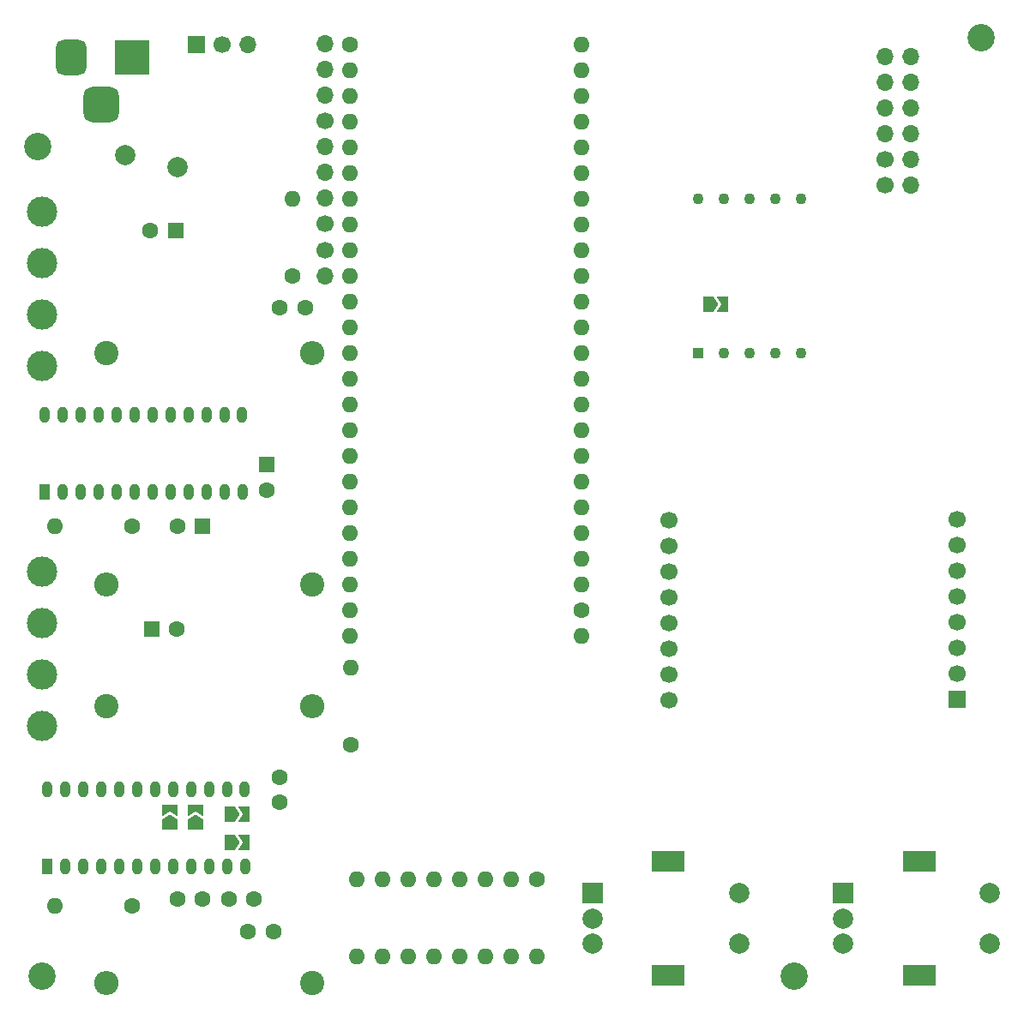
<source format=gbs>
G04 #@! TF.GenerationSoftware,KiCad,Pcbnew,(6.0.9)*
G04 #@! TF.CreationDate,2023-01-01T16:59:07+09:00*
G04 #@! TF.ProjectId,tangnano9k_motordriver,74616e67-6e61-46e6-9f39-6b5f6d6f746f,rev?*
G04 #@! TF.SameCoordinates,Original*
G04 #@! TF.FileFunction,Soldermask,Bot*
G04 #@! TF.FilePolarity,Negative*
%FSLAX46Y46*%
G04 Gerber Fmt 4.6, Leading zero omitted, Abs format (unit mm)*
G04 Created by KiCad (PCBNEW (6.0.9)) date 2023-01-01 16:59:07*
%MOMM*%
%LPD*%
G01*
G04 APERTURE LIST*
G04 Aperture macros list*
%AMRoundRect*
0 Rectangle with rounded corners*
0 $1 Rounding radius*
0 $2 $3 $4 $5 $6 $7 $8 $9 X,Y pos of 4 corners*
0 Add a 4 corners polygon primitive as box body*
4,1,4,$2,$3,$4,$5,$6,$7,$8,$9,$2,$3,0*
0 Add four circle primitives for the rounded corners*
1,1,$1+$1,$2,$3*
1,1,$1+$1,$4,$5*
1,1,$1+$1,$6,$7*
1,1,$1+$1,$8,$9*
0 Add four rect primitives between the rounded corners*
20,1,$1+$1,$2,$3,$4,$5,0*
20,1,$1+$1,$4,$5,$6,$7,0*
20,1,$1+$1,$6,$7,$8,$9,0*
20,1,$1+$1,$8,$9,$2,$3,0*%
%AMFreePoly0*
4,1,6,1.000000,0.000000,0.500000,-0.750000,-0.500000,-0.750000,-0.500000,0.750000,0.500000,0.750000,1.000000,0.000000,1.000000,0.000000,$1*%
%AMFreePoly1*
4,1,6,0.500000,-0.750000,-0.650000,-0.750000,-0.150000,0.000000,-0.650000,0.750000,0.500000,0.750000,0.500000,-0.750000,0.500000,-0.750000,$1*%
G04 Aperture macros list end*
%ADD10C,2.700000*%
%ADD11R,1.700000X1.700000*%
%ADD12C,1.700000*%
%ADD13C,1.600000*%
%ADD14O,1.600000X1.600000*%
%ADD15O,1.700000X1.700000*%
%ADD16C,2.400000*%
%ADD17O,2.400000X2.400000*%
%ADD18R,1.600000X1.600000*%
%ADD19R,2.000000X2.000000*%
%ADD20C,2.000000*%
%ADD21R,3.200000X2.000000*%
%ADD22R,1.000000X1.600000*%
%ADD23O,1.000000X1.600000*%
%ADD24R,1.100000X1.100000*%
%ADD25C,1.100000*%
%ADD26C,2.010000*%
%ADD27R,3.500000X3.500000*%
%ADD28RoundRect,0.750000X-0.750000X-1.000000X0.750000X-1.000000X0.750000X1.000000X-0.750000X1.000000X0*%
%ADD29RoundRect,0.875000X-0.875000X-0.875000X0.875000X-0.875000X0.875000X0.875000X-0.875000X0.875000X0*%
%ADD30C,3.000000*%
%ADD31FreePoly0,0.000000*%
%ADD32FreePoly1,0.000000*%
%ADD33FreePoly0,90.000000*%
%ADD34FreePoly1,90.000000*%
G04 APERTURE END LIST*
D10*
G04 #@! TO.C,REF\u002A\u002A*
X139065000Y-142875000D03*
G04 #@! TD*
D11*
G04 #@! TO.C,U4*
X155150000Y-115510000D03*
D12*
X155170000Y-112970000D03*
X155170000Y-110430000D03*
X155170000Y-107890000D03*
X155170000Y-105350000D03*
X155170000Y-102810000D03*
X155170000Y-100270000D03*
X155170000Y-97730000D03*
X126690000Y-97790000D03*
X126690000Y-100330000D03*
X126690000Y-102870000D03*
X126690000Y-105410000D03*
X126690000Y-107950000D03*
X126690000Y-110490000D03*
X126690000Y-113030000D03*
X126690000Y-115570000D03*
G04 #@! TD*
D13*
G04 #@! TO.C,U3*
X95187500Y-50800000D03*
D14*
X95187500Y-53340000D03*
X95187500Y-55880000D03*
X95187500Y-58420000D03*
X95187500Y-60960000D03*
X95187500Y-63500000D03*
X95187500Y-66040000D03*
X95187500Y-68580000D03*
X95187500Y-71120000D03*
X95187500Y-73660000D03*
X95187500Y-76200000D03*
X95187500Y-78740000D03*
X95187500Y-81280000D03*
X95187500Y-83820000D03*
X95187500Y-86360000D03*
X95187500Y-88900000D03*
X95187500Y-91440000D03*
X95187500Y-93980000D03*
X95187500Y-96520000D03*
X95187500Y-99060000D03*
X95187500Y-101600000D03*
X95187500Y-104140000D03*
X95187500Y-106680000D03*
X95187500Y-109220000D03*
X118047500Y-109220000D03*
D13*
X118047500Y-106680000D03*
D14*
X118047500Y-104140000D03*
X118047500Y-101600000D03*
X118047500Y-99060000D03*
X118047500Y-96520000D03*
X118047500Y-93980000D03*
X118047500Y-91440000D03*
X118047500Y-88900000D03*
X118047500Y-86360000D03*
X118047500Y-83820000D03*
X118047500Y-81280000D03*
X118047500Y-78740000D03*
X118047500Y-76200000D03*
X118047500Y-73660000D03*
X118047500Y-71120000D03*
X118047500Y-68580000D03*
X118047500Y-66040000D03*
X118047500Y-63500000D03*
X118047500Y-60960000D03*
X118047500Y-58420000D03*
X118047500Y-55880000D03*
X118047500Y-53340000D03*
X118047500Y-50800000D03*
G04 #@! TD*
D12*
G04 #@! TO.C,Pin3*
X92710000Y-71120000D03*
D15*
X92710000Y-73660000D03*
G04 #@! TD*
D12*
G04 #@! TO.C,Pin2*
X92710000Y-68570000D03*
D15*
X92710000Y-66030000D03*
X92710000Y-63490000D03*
X92710000Y-60950000D03*
G04 #@! TD*
D12*
G04 #@! TO.C,Pin1*
X92710000Y-58410000D03*
D15*
X92710000Y-55870000D03*
X92710000Y-53330000D03*
X92710000Y-50790000D03*
G04 #@! TD*
D13*
G04 #@! TO.C,R8*
X95250000Y-120015000D03*
D14*
X95250000Y-112395000D03*
G04 #@! TD*
G04 #@! TO.C,R7*
X89535000Y-66040000D03*
D13*
X89535000Y-73660000D03*
G04 #@! TD*
G04 #@! TO.C,C9*
X88265000Y-125710000D03*
X88265000Y-123210000D03*
G04 #@! TD*
G04 #@! TO.C,C8*
X90765000Y-76835000D03*
X88265000Y-76835000D03*
G04 #@! TD*
D16*
G04 #@! TO.C,R2*
X91440000Y-104140000D03*
D17*
X71120000Y-104140000D03*
G04 #@! TD*
D16*
G04 #@! TO.C,R3*
X71120000Y-81280000D03*
D17*
X91440000Y-81280000D03*
G04 #@! TD*
D13*
G04 #@! TO.C,R1*
X73660000Y-98425000D03*
D14*
X66040000Y-98425000D03*
G04 #@! TD*
D13*
G04 #@! TO.C,C4*
X86995000Y-94837500D03*
D18*
X86995000Y-92337500D03*
G04 #@! TD*
D13*
G04 #@! TO.C,C7*
X85110000Y-138430000D03*
X87610000Y-138430000D03*
G04 #@! TD*
D10*
G04 #@! TO.C,REF\u002A\u002A*
X157480000Y-50165000D03*
G04 #@! TD*
D18*
G04 #@! TO.C,C1*
X77987651Y-69215000D03*
D13*
X75487651Y-69215000D03*
G04 #@! TD*
D19*
G04 #@! TO.C,Rotary_SW2*
X119115000Y-134660000D03*
D20*
X119115000Y-139660000D03*
X119115000Y-137160000D03*
D21*
X126615000Y-142760000D03*
X126615000Y-131560000D03*
D20*
X133615000Y-139660000D03*
X133615000Y-134660000D03*
G04 #@! TD*
D22*
G04 #@! TO.C,U2*
X65024000Y-95046851D03*
D23*
X66802000Y-95046851D03*
X68580000Y-95046851D03*
X70358000Y-95046851D03*
X72136000Y-95046851D03*
X73914000Y-95046851D03*
X75692000Y-95046851D03*
X77470000Y-95046851D03*
X79248000Y-95046851D03*
X81026000Y-95046851D03*
X82804000Y-95046851D03*
X84582000Y-95046851D03*
X84532000Y-87446851D03*
X82792000Y-87446851D03*
X81014000Y-87446851D03*
X79236000Y-87446851D03*
X77458000Y-87446851D03*
X75680000Y-87446851D03*
X73902000Y-87446851D03*
X72124000Y-87446851D03*
X70346000Y-87446851D03*
X68568000Y-87446851D03*
X66790000Y-87446851D03*
X65012000Y-87446851D03*
G04 #@! TD*
D24*
G04 #@! TO.C,DS1*
X129540000Y-81280000D03*
D25*
X132080000Y-81280000D03*
X134620000Y-81280000D03*
X137160000Y-81280000D03*
X139700000Y-81280000D03*
X139700000Y-66040000D03*
X137160000Y-66040000D03*
X134620000Y-66040000D03*
X132080000Y-66040000D03*
X129540000Y-66040000D03*
G04 #@! TD*
D13*
G04 #@! TO.C,C6*
X83205000Y-135255000D03*
X85705000Y-135255000D03*
G04 #@! TD*
D11*
G04 #@! TO.C,U1*
X80025000Y-50800000D03*
D12*
X82565000Y-50800000D03*
D15*
X85105000Y-50800000D03*
G04 #@! TD*
D16*
G04 #@! TO.C,R5*
X91440000Y-143510000D03*
D17*
X71120000Y-143510000D03*
G04 #@! TD*
D22*
G04 #@! TO.C,U5*
X65287702Y-132045000D03*
D23*
X67065702Y-132045000D03*
X68843702Y-132045000D03*
X70621702Y-132045000D03*
X72399702Y-132045000D03*
X74177702Y-132045000D03*
X75955702Y-132045000D03*
X77733702Y-132045000D03*
X79511702Y-132045000D03*
X81289702Y-132045000D03*
X83067702Y-132045000D03*
X84845702Y-132045000D03*
X84795702Y-124445000D03*
X83055702Y-124445000D03*
X81277702Y-124445000D03*
X79499702Y-124445000D03*
X77721702Y-124445000D03*
X75943702Y-124445000D03*
X74165702Y-124445000D03*
X72387702Y-124445000D03*
X70609702Y-124445000D03*
X68831702Y-124445000D03*
X67053702Y-124445000D03*
X65275702Y-124445000D03*
G04 #@! TD*
D13*
G04 #@! TO.C,C5*
X78125000Y-135255000D03*
X80625000Y-135255000D03*
G04 #@! TD*
D26*
G04 #@! TO.C,F1*
X73025000Y-61755426D03*
X78125000Y-62955426D03*
G04 #@! TD*
D27*
G04 #@! TO.C,J1*
X73660000Y-52070000D03*
D28*
X67660000Y-52070000D03*
D29*
X70660000Y-56770000D03*
G04 #@! TD*
D13*
G04 #@! TO.C,C2*
X78085000Y-108585000D03*
D18*
X75585000Y-108585000D03*
G04 #@! TD*
D13*
G04 #@! TO.C,R4*
X73660000Y-135890000D03*
D14*
X66040000Y-135890000D03*
G04 #@! TD*
D10*
G04 #@! TO.C,REF\u002A\u002A*
X64770000Y-142875000D03*
G04 #@! TD*
D30*
G04 #@! TO.C,J3*
X64770000Y-102870000D03*
X64770000Y-107950000D03*
X64770000Y-113030000D03*
X64770000Y-118110000D03*
G04 #@! TD*
D12*
G04 #@! TO.C,J4*
X148045000Y-64745000D03*
D15*
X150585000Y-64745000D03*
D12*
X148045000Y-62205000D03*
D15*
X150585000Y-62205000D03*
X148045000Y-59665000D03*
X150585000Y-59665000D03*
X148045000Y-57125000D03*
X150585000Y-57125000D03*
X148045000Y-54585000D03*
X150585000Y-54585000D03*
X148045000Y-52045000D03*
X150585000Y-52045000D03*
G04 #@! TD*
D30*
G04 #@! TO.C,J2*
X64770000Y-67310000D03*
X64770000Y-72390000D03*
X64770000Y-77470000D03*
X64770000Y-82550000D03*
G04 #@! TD*
D13*
G04 #@! TO.C,C3*
X78125000Y-98425000D03*
D18*
X80625000Y-98425000D03*
G04 #@! TD*
D19*
G04 #@! TO.C,Rotary_SW1*
X143880000Y-134660000D03*
D20*
X143880000Y-139660000D03*
X143880000Y-137160000D03*
D21*
X151380000Y-131560000D03*
X151380000Y-142760000D03*
D20*
X158380000Y-139660000D03*
X158380000Y-134660000D03*
G04 #@! TD*
D13*
G04 #@! TO.C,SW3*
X113675000Y-133329796D03*
D14*
X111135000Y-133329796D03*
X108595000Y-133329796D03*
X106055000Y-133329796D03*
X103515000Y-133329796D03*
X100975000Y-133329796D03*
X98435000Y-133329796D03*
X95895000Y-133329796D03*
X95895000Y-140949796D03*
X98435000Y-140949796D03*
X100975000Y-140949796D03*
X103515000Y-140949796D03*
X106055000Y-140949796D03*
X108595000Y-140949796D03*
X111135000Y-140949796D03*
X113675000Y-140949796D03*
G04 #@! TD*
D16*
G04 #@! TO.C,R6*
X71120000Y-116205000D03*
D17*
X91440000Y-116205000D03*
G04 #@! TD*
D10*
G04 #@! TO.C,REF\u002A\u002A*
X64400000Y-60900000D03*
G04 #@! TD*
D31*
G04 #@! TO.C,JP2*
X83298745Y-126876050D03*
D32*
X84748745Y-126876050D03*
G04 #@! TD*
D33*
G04 #@! TO.C,JP3*
X79976308Y-127895409D03*
D34*
X79976308Y-126445409D03*
G04 #@! TD*
D31*
G04 #@! TO.C,JP9*
X130593000Y-76454000D03*
D32*
X132043000Y-76454000D03*
G04 #@! TD*
D33*
G04 #@! TO.C,JP4*
X77400666Y-127865973D03*
D34*
X77400666Y-126415973D03*
G04 #@! TD*
D31*
G04 #@! TO.C,JP1*
X83298745Y-129657743D03*
D32*
X84748745Y-129657743D03*
G04 #@! TD*
M02*

</source>
